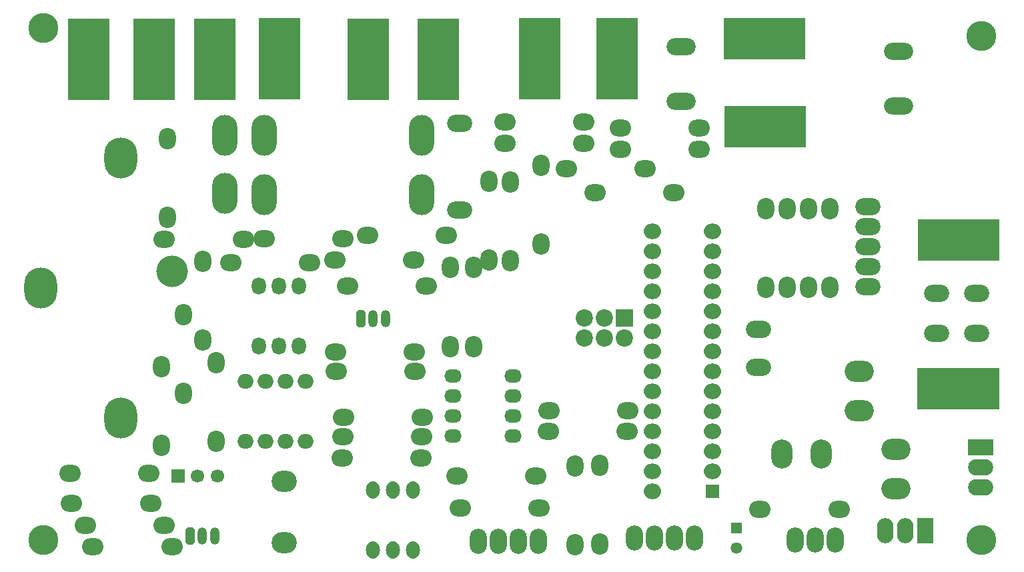
<source format=gbr>
G04 DipTrace 3.3.1.0*
G04 TopMask.gbr*
%MOIN*%
G04 #@! TF.FileFunction,Soldermask,Top*
G04 #@! TF.Part,Single*
%AMOUTLINE1*
4,1,20,
0.0,0.03941,
0.013288,0.037516,
0.025328,0.031994,
0.034961,0.023325,
0.041203,0.012299,
0.043368,0.0,
0.041203,-0.012299,
0.034961,-0.023325,
0.025328,-0.031994,
0.013288,-0.037516,
0.0,-0.03941,
-0.013288,-0.037516,
-0.025328,-0.031994,
-0.034961,-0.023325,
-0.041203,-0.012299,
-0.043368,0.0,
-0.041203,0.012299,
-0.034961,0.023325,
-0.025328,0.031994,
-0.013288,0.037516,
0.0,0.03941,
0*%
%AMOUTLINE4*
4,1,8,
0.023622,0.031158,
0.011473,0.043307,
-0.011473,0.043307,
-0.023622,0.031158,
-0.023622,-0.031158,
-0.011473,-0.043307,
0.011473,-0.043307,
0.023622,-0.031158,
0.023622,0.031158,
0*%
%AMOUTLINE7*
4,1,20,
0.0,0.043384,
0.011223,0.041161,
0.021179,0.034821,
0.028911,0.025155,
0.033795,0.013174,
0.035465,0.0,
0.033795,-0.013174,
0.028911,-0.025155,
0.021179,-0.034821,
0.011223,-0.041161,
0.0,-0.043384,
-0.011223,-0.041161,
-0.021179,-0.034821,
-0.028911,-0.025155,
-0.033795,-0.013174,
-0.035465,0.0,
-0.033795,0.013174,
-0.028911,0.025155,
-0.021179,0.034821,
-0.011223,0.041161,
0.0,0.043384,
0*%
%ADD20C,0.15748*%
%ADD52C,0.149606*%
%ADD62O,0.086614X0.066929*%
%ADD64O,0.145669X0.106299*%
%ADD66O,0.106299X0.145669*%
%ADD68O,0.082677X0.125984*%
%ADD70R,0.082677X0.125984*%
%ADD72O,0.125984X0.082677*%
%ADD74R,0.125984X0.082677*%
%ADD76O,0.070866X0.086614*%
%ADD78O,0.07874X0.074803*%
%ADD80O,0.165354X0.204724*%
%ADD82R,0.208661X0.208661*%
%ADD84O,0.125984X0.204724*%
%ADD88O,0.145669X0.086614*%
%ADD90C,0.066929*%
%ADD92R,0.066929X0.066929*%
%ADD94O,0.106299X0.086614*%
%ADD96O,0.086614X0.106299*%
%ADD98O,0.047244X0.086614*%
%ADD100O,0.125984X0.106299*%
%ADD102C,0.086614*%
%ADD104R,0.086614X0.086614*%
%ADD105R,0.070866X0.070866*%
%ADD106O,0.086614X0.125984*%
%ADD108R,0.057874X0.057874*%
%ADD110C,0.057874*%
%ADD112O,0.125984X0.086614*%
%ADD123OUTLINE1*%
%ADD126OUTLINE4*%
%ADD129OUTLINE7*%
%FSLAX26Y26*%
G04*
G70*
G90*
G75*
G01*
G04 TopMask*
%LPD*%
D105*
X3853543Y795276D3*
D123*
Y895276D3*
Y995276D3*
Y1095276D3*
Y1195276D3*
Y1295276D3*
Y1395276D3*
Y1495276D3*
Y1595276D3*
Y1695276D3*
Y1795276D3*
Y1895276D3*
Y1995276D3*
Y2095276D3*
X3553543D3*
Y1995276D3*
Y1895276D3*
Y1795276D3*
Y1695276D3*
Y1595276D3*
Y1495276D3*
Y1395276D3*
Y1295276D3*
Y1195276D3*
Y1095276D3*
Y995276D3*
Y895276D3*
Y795276D3*
D112*
X5175591Y1783465D3*
Y1583465D3*
X4975591D3*
Y1783465D3*
X2591732Y2200787D3*
Y2635827D3*
D110*
X3974409Y511811D3*
D108*
Y611811D3*
D52*
X511811Y3110236D3*
Y551181D3*
X5196850Y3070866D3*
Y551181D3*
D20*
X1153937Y1893701D3*
D106*
X3462992Y562992D3*
X3562992D3*
X3662992D3*
X3762992D3*
D112*
X4631102Y1917323D3*
Y2017323D3*
Y2117323D3*
Y2217323D3*
Y1817323D3*
D104*
X3414173Y1661417D3*
D102*
X3314173D3*
X3214173D3*
X3414173Y1561417D3*
X3314173D3*
X3214173D3*
D100*
X1713780Y846457D3*
Y539370D3*
D126*
X2096064Y1657497D3*
D98*
X2159056D3*
X2222048D3*
D126*
X1242914Y570891D3*
D98*
X1305906D3*
X1368898D3*
D96*
X1308661Y1551181D3*
Y1944882D3*
D94*
X2424803Y1822835D3*
X2031102D3*
D96*
X1209843Y1283465D3*
Y1677165D3*
D94*
X4486220Y704724D3*
X4092520D3*
X1037008Y885827D3*
X643307D3*
D96*
X1101575Y1417323D3*
Y1023622D3*
D94*
X1971654Y1492126D3*
X2365354D3*
X2366929Y1393701D3*
X1973228D3*
D96*
X1375591Y1043307D3*
Y1437008D3*
D94*
X652362Y736220D3*
X1046063D3*
X2971654Y870079D3*
X2577953D3*
X1152756Y519685D3*
X759055D3*
X3268504Y2287402D3*
X3662205D3*
X3788189Y2610236D3*
X3394488D3*
X3787795Y2503937D3*
X3394094D3*
X3517323Y2409449D3*
X3123622D3*
X3035433Y1094488D3*
X3429134D3*
X2816535Y2641732D3*
X3210236D3*
X3211417Y2535433D3*
X2817717D3*
D96*
X2997638Y2425197D3*
Y2031496D3*
D94*
X3430709Y1196850D3*
X3037008D3*
D96*
X3290157Y531496D3*
Y925197D3*
X4122441Y1814961D3*
Y2208661D3*
X4227953Y1814961D3*
Y2208661D3*
X4334252Y1814961D3*
Y2208661D3*
X4440551Y1814961D3*
Y2208661D3*
D94*
X1446850Y1937008D3*
X1840551D3*
D96*
X1132283Y2559055D3*
Y2165354D3*
D94*
X1115748Y2055118D3*
X1509449D3*
X1613386Y2059055D3*
X2007087D3*
D96*
X2737402Y1952756D3*
Y2346457D3*
D94*
X2131890Y2074803D3*
X2525591D3*
X1966142Y1952756D3*
X2359843D3*
D96*
X2543701Y1913386D3*
Y1519685D3*
X2660236D3*
Y1913386D3*
X2845276Y1948819D3*
Y2342520D3*
D94*
X719685Y625984D3*
X1113386D3*
D92*
X1182677Y870079D3*
D90*
X1281102D3*
X1379528D3*
D94*
X2398031Y960630D3*
X2004331D3*
X2593307Y712598D3*
X2987008D3*
X2009449Y1165354D3*
X2403150D3*
X2006693Y1066929D3*
X2400394D3*
D88*
X4785039Y2996063D3*
Y2720474D3*
D96*
X3168504Y921260D3*
Y527559D3*
D84*
X2401969Y2279528D3*
Y2574803D3*
X1614567Y2279528D3*
X1417717Y2285787D3*
X1614567Y2574803D3*
X1417717D3*
D82*
X1367717Y2854331D3*
Y3055118D3*
D80*
X898819Y1161417D3*
Y2460630D3*
X498819Y1811024D3*
D78*
X1820866Y1346457D3*
X1720866D3*
X1620866D3*
X1520866D3*
Y1046457D3*
X1620866D3*
X1720866D3*
X1820866D3*
D76*
X1787795Y1822835D3*
X1687795D3*
X1587795D3*
Y1522835D3*
X1687795D3*
X1787795D3*
D82*
X2483465Y2854331D3*
Y3055118D3*
X2132677Y2854331D3*
Y3055118D3*
D129*
X2358268Y803150D3*
X2258268D3*
X2158268D3*
Y503150D3*
X2258268D3*
X2358268D3*
D82*
X4981890Y1307087D3*
X5182677D3*
X4014567Y3059055D3*
X4215354D3*
D74*
X5195669Y1015748D3*
D72*
Y915748D3*
Y815748D3*
D70*
X4919291Y598425D3*
D68*
X4819291D3*
X4719291D3*
D66*
X4199606Y980315D3*
X4396457D3*
D64*
X4771654Y807087D3*
Y1003937D3*
D82*
X4217727Y2618110D3*
X4016940D3*
D64*
X4587402Y1393701D3*
Y1196850D3*
D82*
X4983071Y2051181D3*
X5183858D3*
D62*
X2858661Y1070866D3*
Y1170866D3*
Y1270866D3*
Y1370866D3*
X2558661D3*
Y1270866D3*
Y1170866D3*
Y1070866D3*
D88*
X3699213Y3019685D3*
Y2744096D3*
D82*
X2991339Y3057491D3*
Y2856703D3*
X3375984Y3057491D3*
Y2856703D3*
D106*
X4467323Y551181D3*
X4367323D3*
X4267323D3*
D82*
X1065354Y2854331D3*
Y3055118D3*
X738189Y2854331D3*
Y3055118D3*
X1691732Y3057491D3*
Y2856703D3*
D106*
X2685827Y543307D3*
X2785827D3*
X2885827D3*
X2985827D3*
D112*
X4084252Y1413386D3*
Y1603386D3*
M02*

</source>
